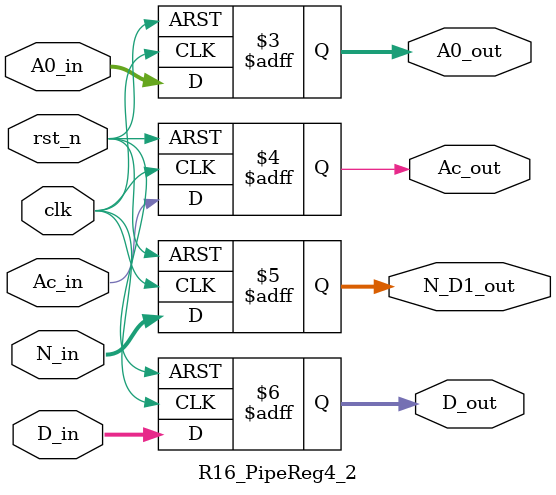
<source format=v>
`include "define.v"                                    
module R16_PipeReg4_2(A0_out,                           
					  Ac_out,                           
					  N_D1_out,                         
					  D_out,                            
                      A0_in,                            
					  Ac_in,                            
					  N_in,                             
					  D_in,                             
                      rst_n,                            
                      clk                               
                      ) ;                               
                                                        
parameter P_WIDTH     = 64 ;                            
parameter P_ZERO      = 64'h0 ;                         
                                                        
                                                        
output [P_WIDTH-1:0] A0_out ;                           
output               Ac_out ;                           
output [P_WIDTH-1:0] N_D1_out ;                         
output [P_WIDTH-1:0] D_out ;                            
                                                        
input [P_WIDTH-1:0]  A0_in ;                            
input                Ac_in ;                            
input [P_WIDTH-1:0]  N_in ;                             
input [P_WIDTH-1:0]  D_in ;                             
input                rst_n ;                            
input                clk ;                              
                                                        
reg [P_WIDTH-1:0]  A0_out ;                             
reg                Ac_out ;                             
reg [P_WIDTH-1:0]  N_D1_out ;                           
reg [P_WIDTH-1:0]  D_out ;                              
                                                        
                                                        
	//                                                  
	always @(posedge clk or negedge rst_n) begin        
		if(~rst_n) begin                                
			A0_out <= P_ZERO ;                          
			Ac_out <= 1'b0 ;                            
			N_D1_out <= P_ZERO ;                        
			D_out <= P_ZERO ;                           
		end                                             
		else begin                                      
			A0_out <= A0_in ;                           
			Ac_out <= Ac_in ;                           
			N_D1_out <= N_in ;                          
			D_out <= D_in ;                             
		end                                             
	end                                                 
                                                        
endmodule                                               

</source>
